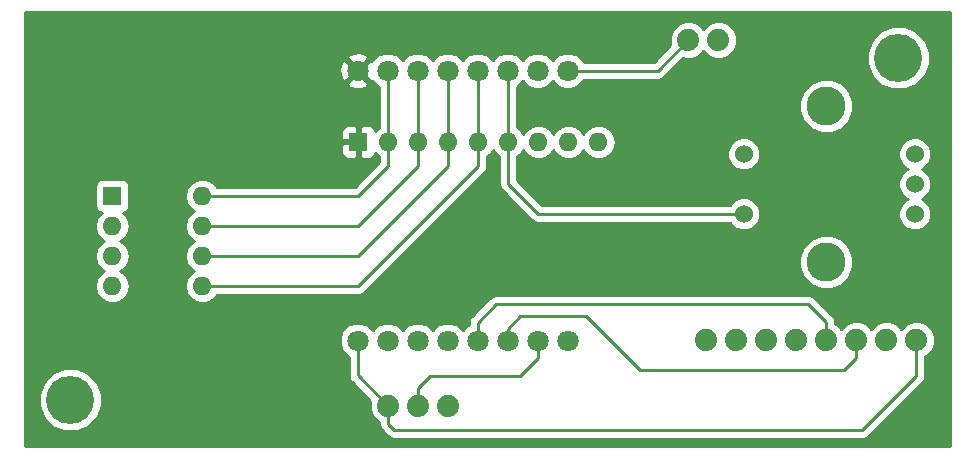
<source format=gbr>
G04 #@! TF.GenerationSoftware,KiCad,Pcbnew,5.0.2-bee76a0~70~ubuntu18.04.1*
G04 #@! TF.CreationDate,2019-09-20T23:32:28+01:00*
G04 #@! TF.ProjectId,Shock Sensor,53686f63-6b20-4536-956e-736f722e6b69,rev?*
G04 #@! TF.SameCoordinates,Original*
G04 #@! TF.FileFunction,Copper,L1,Top*
G04 #@! TF.FilePolarity,Positive*
%FSLAX46Y46*%
G04 Gerber Fmt 4.6, Leading zero omitted, Abs format (unit mm)*
G04 Created by KiCad (PCBNEW 5.0.2-bee76a0~70~ubuntu18.04.1) date Fri 20 Sep 2019 23:32:28 BST*
%MOMM*%
%LPD*%
G01*
G04 APERTURE LIST*
G04 #@! TA.AperFunction,ComponentPad*
%ADD10C,1.800000*%
G04 #@! TD*
G04 #@! TA.AperFunction,ComponentPad*
%ADD11C,1.879600*%
G04 #@! TD*
G04 #@! TA.AperFunction,ComponentPad*
%ADD12O,1.600000X1.600000*%
G04 #@! TD*
G04 #@! TA.AperFunction,ComponentPad*
%ADD13R,1.600000X1.600000*%
G04 #@! TD*
G04 #@! TA.AperFunction,ComponentPad*
%ADD14C,1.524000*%
G04 #@! TD*
G04 #@! TA.AperFunction,ComponentPad*
%ADD15C,3.302000*%
G04 #@! TD*
G04 #@! TA.AperFunction,ComponentPad*
%ADD16C,4.064000*%
G04 #@! TD*
G04 #@! TA.AperFunction,Conductor*
%ADD17C,0.250000*%
G04 #@! TD*
G04 #@! TA.AperFunction,Conductor*
%ADD18C,0.254000*%
G04 #@! TD*
G04 APERTURE END LIST*
D10*
G04 #@! TO.P,U1,16*
G04 #@! TO.N,+3V3*
X132023001Y-99125025D03*
G04 #@! TO.P,U1,1*
G04 #@! TO.N,+5V*
X132023001Y-121985025D03*
G04 #@! TO.P,U1,15*
G04 #@! TO.N,Net-(RN1-Pad2)*
X134563001Y-99125025D03*
G04 #@! TO.P,U1,2*
G04 #@! TO.N,GND*
X134563001Y-121985025D03*
G04 #@! TO.P,U1,14*
G04 #@! TO.N,Net-(RN1-Pad3)*
X137103001Y-99125025D03*
G04 #@! TO.P,U1,3*
G04 #@! TO.N,Net-(S1-PadB)*
X137103001Y-121985025D03*
G04 #@! TO.P,U1,13*
G04 #@! TO.N,Net-(RN1-Pad4)*
X139643001Y-99125025D03*
G04 #@! TO.P,U1,4*
G04 #@! TO.N,Net-(S1-PadA)*
X139643001Y-121985025D03*
G04 #@! TO.P,U1,12*
G04 #@! TO.N,Net-(RN1-Pad5)*
X142183001Y-99125025D03*
G04 #@! TO.P,U1,5*
G04 #@! TO.N,Net-(J2-Pad4)*
X142183001Y-121985025D03*
G04 #@! TO.P,U1,11*
G04 #@! TO.N,Net-(RN1-Pad6)*
X144723001Y-99125025D03*
G04 #@! TO.P,U1,6*
G04 #@! TO.N,Net-(J2-Pad3)*
X144723001Y-121985025D03*
G04 #@! TO.P,U1,10*
G04 #@! TO.N,Net-(U1-Pad10)*
X147263001Y-99125025D03*
G04 #@! TO.P,U1,7*
G04 #@! TO.N,Net-(J1-Pad2)*
X147263001Y-121985025D03*
G04 #@! TO.P,U1,9*
G04 #@! TO.N,Net-(J3-Pad2)*
X149803001Y-99125025D03*
G04 #@! TO.P,U1,8*
G04 #@! TO.N,Net-(U1-Pad8)*
X149803001Y-121985025D03*
G04 #@! TD*
D11*
G04 #@! TO.P,J1,1*
G04 #@! TO.N,GND*
X139700000Y-127508000D03*
G04 #@! TO.P,J1,2*
G04 #@! TO.N,Net-(J1-Pad2)*
X137160000Y-127508000D03*
G04 #@! TO.P,J1,3*
G04 #@! TO.N,+5V*
X134620000Y-127508000D03*
G04 #@! TD*
G04 #@! TO.P,J3,1*
G04 #@! TO.N,GND*
X162560000Y-96520000D03*
G04 #@! TO.P,J3,2*
G04 #@! TO.N,Net-(J3-Pad2)*
X160020000Y-96520000D03*
G04 #@! TD*
D12*
G04 #@! TO.P,RN1,9*
G04 #@! TO.N,Net-(RN1-Pad9)*
X152400000Y-105156000D03*
G04 #@! TO.P,RN1,8*
G04 #@! TO.N,Net-(RN1-Pad8)*
X149860000Y-105156000D03*
G04 #@! TO.P,RN1,7*
G04 #@! TO.N,Net-(RN1-Pad7)*
X147320000Y-105156000D03*
G04 #@! TO.P,RN1,6*
G04 #@! TO.N,Net-(RN1-Pad6)*
X144780000Y-105156000D03*
G04 #@! TO.P,RN1,5*
G04 #@! TO.N,Net-(RN1-Pad5)*
X142240000Y-105156000D03*
G04 #@! TO.P,RN1,4*
G04 #@! TO.N,Net-(RN1-Pad4)*
X139700000Y-105156000D03*
G04 #@! TO.P,RN1,3*
G04 #@! TO.N,Net-(RN1-Pad3)*
X137160000Y-105156000D03*
G04 #@! TO.P,RN1,2*
G04 #@! TO.N,Net-(RN1-Pad2)*
X134620000Y-105156000D03*
D13*
G04 #@! TO.P,RN1,1*
G04 #@! TO.N,+3V3*
X132080000Y-105156000D03*
G04 #@! TD*
D12*
G04 #@! TO.P,Address,8*
G04 #@! TO.N,Net-(RN1-Pad2)*
X118872000Y-109728000D03*
G04 #@! TO.P,Address,4*
G04 #@! TO.N,GND*
X111252000Y-117348000D03*
G04 #@! TO.P,Address,7*
G04 #@! TO.N,Net-(RN1-Pad3)*
X118872000Y-112268000D03*
G04 #@! TO.P,Address,3*
G04 #@! TO.N,GND*
X111252000Y-114808000D03*
G04 #@! TO.P,Address,6*
G04 #@! TO.N,Net-(RN1-Pad4)*
X118872000Y-114808000D03*
G04 #@! TO.P,Address,2*
G04 #@! TO.N,GND*
X111252000Y-112268000D03*
G04 #@! TO.P,Address,5*
G04 #@! TO.N,Net-(RN1-Pad5)*
X118872000Y-117348000D03*
D13*
G04 #@! TO.P,Address,1*
G04 #@! TO.N,GND*
X111252000Y-109728000D03*
G04 #@! TD*
D14*
G04 #@! TO.P,S1,A*
G04 #@! TO.N,Net-(S1-PadA)*
X179197000Y-111252000D03*
G04 #@! TO.P,S1,B*
G04 #@! TO.N,Net-(S1-PadB)*
X179197000Y-106172000D03*
G04 #@! TO.P,S1,C*
G04 #@! TO.N,GND*
X179197000Y-108712000D03*
D15*
G04 #@! TO.P,S1,P$3*
G04 #@! TO.N,N/C*
X171704000Y-102108000D03*
G04 #@! TO.P,S1,P$4*
X171704000Y-115316000D03*
D14*
G04 #@! TO.P,S1,SW+*
G04 #@! TO.N,GND*
X164719000Y-106172000D03*
G04 #@! TO.P,S1,SW-*
G04 #@! TO.N,Net-(RN1-Pad6)*
X164719000Y-111252000D03*
G04 #@! TD*
D11*
G04 #@! TO.P,J2,1*
G04 #@! TO.N,+5V*
X179324000Y-121920000D03*
G04 #@! TO.P,J2,2*
G04 #@! TO.N,GND*
X176784000Y-121920000D03*
G04 #@! TO.P,J2,3*
G04 #@! TO.N,Net-(J2-Pad3)*
X174244000Y-121920000D03*
G04 #@! TO.P,J2,4*
G04 #@! TO.N,Net-(J2-Pad4)*
X171704000Y-121920000D03*
G04 #@! TO.P,J2,5*
G04 #@! TO.N,Net-(J2-Pad5)*
X169164000Y-121920000D03*
G04 #@! TO.P,J2,6*
G04 #@! TO.N,Net-(J2-Pad6)*
X166624000Y-121920000D03*
G04 #@! TO.P,J2,7*
G04 #@! TO.N,Net-(J2-Pad7)*
X164084000Y-121920000D03*
G04 #@! TO.P,J2,8*
G04 #@! TO.N,Net-(J2-Pad8)*
X161544000Y-121920000D03*
G04 #@! TD*
D16*
G04 #@! TO.P,REF\002A\002A,1*
G04 #@! TO.N,N/C*
X107696000Y-127000000D03*
G04 #@! TD*
G04 #@! TO.P,REF\002A\002A,1*
G04 #@! TO.N,N/C*
X177800000Y-98044000D03*
G04 #@! TD*
D17*
G04 #@! TO.N,Net-(J1-Pad2)*
X137103001Y-127451001D02*
X137160000Y-127508000D01*
X137160000Y-127508000D02*
X137160000Y-125984000D01*
X137160000Y-125984000D02*
X138176000Y-124968000D01*
X138176000Y-124968000D02*
X145796000Y-124968000D01*
X145796000Y-124968000D02*
X147320000Y-123444000D01*
X147320000Y-123444000D02*
X147263001Y-123387001D01*
X147263001Y-123387001D02*
X147263001Y-121985025D01*
G04 #@! TO.N,+5V*
X132023001Y-124911001D02*
X132023001Y-121985025D01*
X134620000Y-127508000D02*
X132023001Y-124911001D01*
X174752000Y-129540000D02*
X179324000Y-124968000D01*
X135128000Y-129540000D02*
X174752000Y-129540000D01*
X179324000Y-124968000D02*
X179324000Y-121920000D01*
X134620000Y-127508000D02*
X134620000Y-129032000D01*
X134620000Y-129032000D02*
X135128000Y-129540000D01*
G04 #@! TO.N,Net-(J2-Pad3)*
X144723001Y-120960999D02*
X144723001Y-121985025D01*
X174244000Y-123444000D02*
X173228000Y-124460000D01*
X174244000Y-121920000D02*
X174244000Y-123444000D01*
X173228000Y-124460000D02*
X155956000Y-124460000D01*
X155956000Y-124460000D02*
X151384000Y-119888000D01*
X151384000Y-119888000D02*
X145796000Y-119888000D01*
X145796000Y-119888000D02*
X144723001Y-120960999D01*
G04 #@! TO.N,Net-(J2-Pad4)*
X142183001Y-121985025D02*
X142183001Y-120960999D01*
X142183001Y-120452999D02*
X142183001Y-121985025D01*
X143764000Y-118872000D02*
X142183001Y-120452999D01*
X170180000Y-118872000D02*
X143764000Y-118872000D01*
X171704000Y-121920000D02*
X171704000Y-120396000D01*
X171704000Y-120396000D02*
X170180000Y-118872000D01*
G04 #@! TO.N,Net-(J3-Pad2)*
X157414975Y-99125025D02*
X160020000Y-96520000D01*
X149803001Y-99125025D02*
X157414975Y-99125025D01*
G04 #@! TO.N,Net-(RN1-Pad6)*
X144723001Y-105099001D02*
X144780000Y-105156000D01*
X144723001Y-99125025D02*
X144723001Y-105099001D01*
X164719000Y-111252000D02*
X147320000Y-111252000D01*
X144780000Y-108712000D02*
X144780000Y-105156000D01*
X147320000Y-111252000D02*
X144780000Y-108712000D01*
G04 #@! TO.N,Net-(RN1-Pad5)*
X142183001Y-105099001D02*
X142240000Y-105156000D01*
X142183001Y-99125025D02*
X142183001Y-105099001D01*
X118872000Y-117348000D02*
X132080000Y-117348000D01*
X142240000Y-107188000D02*
X142240000Y-105156000D01*
X132080000Y-117348000D02*
X142240000Y-107188000D01*
G04 #@! TO.N,Net-(RN1-Pad4)*
X139643001Y-105099001D02*
X139700000Y-105156000D01*
X139643001Y-99125025D02*
X139643001Y-105099001D01*
X118872000Y-114808000D02*
X132080000Y-114808000D01*
X132080000Y-114808000D02*
X139700000Y-107188000D01*
X139700000Y-107188000D02*
X139700000Y-105156000D01*
G04 #@! TO.N,Net-(RN1-Pad3)*
X137160000Y-99182024D02*
X137103001Y-99125025D01*
X137103001Y-105099001D02*
X137160000Y-105156000D01*
X137103001Y-99125025D02*
X137103001Y-105099001D01*
X118872000Y-112268000D02*
X132080000Y-112268000D01*
X132080000Y-112268000D02*
X137160000Y-107188000D01*
X137160000Y-107188000D02*
X137160000Y-105156000D01*
G04 #@! TO.N,Net-(RN1-Pad2)*
X134620000Y-99182024D02*
X134563001Y-99125025D01*
X134563001Y-105099001D02*
X134620000Y-105156000D01*
X134563001Y-99125025D02*
X134563001Y-105099001D01*
X134620000Y-105156000D02*
X134620000Y-107188000D01*
X132080000Y-109728000D02*
X118872000Y-109728000D01*
X134620000Y-107188000D02*
X132080000Y-109728000D01*
G04 #@! TO.N,Net-(S1-PadB)*
X137160000Y-122042024D02*
X137103001Y-121985025D01*
G04 #@! TD*
D18*
G04 #@! TO.N,+3V3*
G36*
X182170001Y-130862000D02*
X103834000Y-130862000D01*
X103834000Y-126469501D01*
X105029000Y-126469501D01*
X105029000Y-127530499D01*
X105435026Y-128510734D01*
X106185266Y-129260974D01*
X107165501Y-129667000D01*
X108226499Y-129667000D01*
X109206734Y-129260974D01*
X109956974Y-128510734D01*
X110363000Y-127530499D01*
X110363000Y-126469501D01*
X109956974Y-125489266D01*
X109206734Y-124739026D01*
X108226499Y-124333000D01*
X107165501Y-124333000D01*
X106185266Y-124739026D01*
X105435026Y-125489266D01*
X105029000Y-126469501D01*
X103834000Y-126469501D01*
X103834000Y-121679695D01*
X130488001Y-121679695D01*
X130488001Y-122290355D01*
X130721691Y-122854532D01*
X131153494Y-123286335D01*
X131263002Y-123331695D01*
X131263001Y-124836154D01*
X131248113Y-124911001D01*
X131263001Y-124985848D01*
X131263001Y-124985852D01*
X131307097Y-125207537D01*
X131475072Y-125458930D01*
X131538531Y-125501332D01*
X133099898Y-127062700D01*
X133045200Y-127194753D01*
X133045200Y-127821247D01*
X133284949Y-128400052D01*
X133727948Y-128843051D01*
X133860001Y-128897749D01*
X133860001Y-128957149D01*
X133845112Y-129032000D01*
X133860001Y-129106852D01*
X133904097Y-129328537D01*
X134072072Y-129579929D01*
X134135527Y-129622328D01*
X134537672Y-130024475D01*
X134580071Y-130087929D01*
X134643524Y-130130327D01*
X134643526Y-130130329D01*
X134768902Y-130214102D01*
X134831463Y-130255904D01*
X135053148Y-130300000D01*
X135053152Y-130300000D01*
X135127999Y-130314888D01*
X135202846Y-130300000D01*
X174677153Y-130300000D01*
X174752000Y-130314888D01*
X174826847Y-130300000D01*
X174826852Y-130300000D01*
X175048537Y-130255904D01*
X175299929Y-130087929D01*
X175342331Y-130024470D01*
X179808476Y-125558327D01*
X179871929Y-125515929D01*
X179914327Y-125452476D01*
X179914329Y-125452474D01*
X180039903Y-125264538D01*
X180039904Y-125264537D01*
X180084000Y-125042852D01*
X180084000Y-125042848D01*
X180098888Y-124968001D01*
X180084000Y-124893154D01*
X180084000Y-123309749D01*
X180216052Y-123255051D01*
X180659051Y-122812052D01*
X180898800Y-122233247D01*
X180898800Y-121606753D01*
X180659051Y-121027948D01*
X180216052Y-120584949D01*
X179637247Y-120345200D01*
X179010753Y-120345200D01*
X178431948Y-120584949D01*
X178054000Y-120962897D01*
X177676052Y-120584949D01*
X177097247Y-120345200D01*
X176470753Y-120345200D01*
X175891948Y-120584949D01*
X175514000Y-120962897D01*
X175136052Y-120584949D01*
X174557247Y-120345200D01*
X173930753Y-120345200D01*
X173351948Y-120584949D01*
X172974000Y-120962897D01*
X172596052Y-120584949D01*
X172464000Y-120530251D01*
X172464000Y-120470846D01*
X172478888Y-120395999D01*
X172464000Y-120321152D01*
X172464000Y-120321148D01*
X172419904Y-120099463D01*
X172378102Y-120036902D01*
X172294329Y-119911526D01*
X172294327Y-119911524D01*
X172251929Y-119848071D01*
X172188476Y-119805673D01*
X170770331Y-118387530D01*
X170727929Y-118324071D01*
X170476537Y-118156096D01*
X170254852Y-118112000D01*
X170254847Y-118112000D01*
X170180000Y-118097112D01*
X170105153Y-118112000D01*
X143838846Y-118112000D01*
X143763999Y-118097112D01*
X143689152Y-118112000D01*
X143689148Y-118112000D01*
X143467463Y-118156096D01*
X143216071Y-118324071D01*
X143173671Y-118387527D01*
X141698531Y-119862668D01*
X141635072Y-119905070D01*
X141467097Y-120156463D01*
X141423001Y-120378148D01*
X141423001Y-120378152D01*
X141408113Y-120452999D01*
X141423001Y-120527846D01*
X141423001Y-120638356D01*
X141313494Y-120683715D01*
X140913001Y-121084208D01*
X140512508Y-120683715D01*
X139948331Y-120450025D01*
X139337671Y-120450025D01*
X138773494Y-120683715D01*
X138373001Y-121084208D01*
X137972508Y-120683715D01*
X137408331Y-120450025D01*
X136797671Y-120450025D01*
X136233494Y-120683715D01*
X135833001Y-121084208D01*
X135432508Y-120683715D01*
X134868331Y-120450025D01*
X134257671Y-120450025D01*
X133693494Y-120683715D01*
X133293001Y-121084208D01*
X132892508Y-120683715D01*
X132328331Y-120450025D01*
X131717671Y-120450025D01*
X131153494Y-120683715D01*
X130721691Y-121115518D01*
X130488001Y-121679695D01*
X103834000Y-121679695D01*
X103834000Y-112268000D01*
X109788887Y-112268000D01*
X109900260Y-112827909D01*
X110217423Y-113302577D01*
X110569758Y-113538000D01*
X110217423Y-113773423D01*
X109900260Y-114248091D01*
X109788887Y-114808000D01*
X109900260Y-115367909D01*
X110217423Y-115842577D01*
X110569758Y-116078000D01*
X110217423Y-116313423D01*
X109900260Y-116788091D01*
X109788887Y-117348000D01*
X109900260Y-117907909D01*
X110217423Y-118382577D01*
X110692091Y-118699740D01*
X111110667Y-118783000D01*
X111393333Y-118783000D01*
X111811909Y-118699740D01*
X112286577Y-118382577D01*
X112603740Y-117907909D01*
X112715113Y-117348000D01*
X112603740Y-116788091D01*
X112286577Y-116313423D01*
X111934242Y-116078000D01*
X112286577Y-115842577D01*
X112603740Y-115367909D01*
X112715113Y-114808000D01*
X112603740Y-114248091D01*
X112286577Y-113773423D01*
X111934242Y-113538000D01*
X112286577Y-113302577D01*
X112603740Y-112827909D01*
X112715113Y-112268000D01*
X112603740Y-111708091D01*
X112286577Y-111233423D01*
X112165894Y-111152785D01*
X112299765Y-111126157D01*
X112509809Y-110985809D01*
X112650157Y-110775765D01*
X112699440Y-110528000D01*
X112699440Y-109728000D01*
X117408887Y-109728000D01*
X117520260Y-110287909D01*
X117837423Y-110762577D01*
X118189758Y-110998000D01*
X117837423Y-111233423D01*
X117520260Y-111708091D01*
X117408887Y-112268000D01*
X117520260Y-112827909D01*
X117837423Y-113302577D01*
X118189758Y-113538000D01*
X117837423Y-113773423D01*
X117520260Y-114248091D01*
X117408887Y-114808000D01*
X117520260Y-115367909D01*
X117837423Y-115842577D01*
X118189758Y-116078000D01*
X117837423Y-116313423D01*
X117520260Y-116788091D01*
X117408887Y-117348000D01*
X117520260Y-117907909D01*
X117837423Y-118382577D01*
X118312091Y-118699740D01*
X118730667Y-118783000D01*
X119013333Y-118783000D01*
X119431909Y-118699740D01*
X119906577Y-118382577D01*
X120090043Y-118108000D01*
X132005153Y-118108000D01*
X132080000Y-118122888D01*
X132154847Y-118108000D01*
X132154852Y-118108000D01*
X132376537Y-118063904D01*
X132627929Y-117895929D01*
X132670331Y-117832470D01*
X135641515Y-114861286D01*
X169418000Y-114861286D01*
X169418000Y-115770714D01*
X169766023Y-116610915D01*
X170409085Y-117253977D01*
X171249286Y-117602000D01*
X172158714Y-117602000D01*
X172998915Y-117253977D01*
X173641977Y-116610915D01*
X173990000Y-115770714D01*
X173990000Y-114861286D01*
X173641977Y-114021085D01*
X172998915Y-113378023D01*
X172158714Y-113030000D01*
X171249286Y-113030000D01*
X170409085Y-113378023D01*
X169766023Y-114021085D01*
X169418000Y-114861286D01*
X135641515Y-114861286D01*
X142724473Y-107778329D01*
X142787929Y-107735929D01*
X142927077Y-107527680D01*
X142955904Y-107484538D01*
X142989627Y-107315000D01*
X143000000Y-107262852D01*
X143000000Y-107262848D01*
X143014888Y-107188000D01*
X143000000Y-107113152D01*
X143000000Y-106374043D01*
X143274577Y-106190577D01*
X143510000Y-105838242D01*
X143745423Y-106190577D01*
X144020001Y-106374044D01*
X144020000Y-108637153D01*
X144005112Y-108712000D01*
X144020000Y-108786847D01*
X144020000Y-108786851D01*
X144064096Y-109008536D01*
X144232071Y-109259929D01*
X144295530Y-109302331D01*
X146729673Y-111736476D01*
X146772071Y-111799929D01*
X146835524Y-111842327D01*
X146835526Y-111842329D01*
X146960902Y-111926102D01*
X147023463Y-111967904D01*
X147245148Y-112012000D01*
X147245152Y-112012000D01*
X147319999Y-112026888D01*
X147394846Y-112012000D01*
X163521700Y-112012000D01*
X163534680Y-112043337D01*
X163927663Y-112436320D01*
X164441119Y-112649000D01*
X164996881Y-112649000D01*
X165510337Y-112436320D01*
X165903320Y-112043337D01*
X166116000Y-111529881D01*
X166116000Y-110974119D01*
X165903320Y-110460663D01*
X165510337Y-110067680D01*
X164996881Y-109855000D01*
X164441119Y-109855000D01*
X163927663Y-110067680D01*
X163534680Y-110460663D01*
X163521700Y-110492000D01*
X147634803Y-110492000D01*
X145540000Y-108397199D01*
X145540000Y-106374043D01*
X145814577Y-106190577D01*
X146050000Y-105838242D01*
X146285423Y-106190577D01*
X146760091Y-106507740D01*
X147178667Y-106591000D01*
X147461333Y-106591000D01*
X147879909Y-106507740D01*
X148354577Y-106190577D01*
X148590000Y-105838242D01*
X148825423Y-106190577D01*
X149300091Y-106507740D01*
X149718667Y-106591000D01*
X150001333Y-106591000D01*
X150419909Y-106507740D01*
X150894577Y-106190577D01*
X151130000Y-105838242D01*
X151365423Y-106190577D01*
X151840091Y-106507740D01*
X152258667Y-106591000D01*
X152541333Y-106591000D01*
X152959909Y-106507740D01*
X153434577Y-106190577D01*
X153632663Y-105894119D01*
X163322000Y-105894119D01*
X163322000Y-106449881D01*
X163534680Y-106963337D01*
X163927663Y-107356320D01*
X164441119Y-107569000D01*
X164996881Y-107569000D01*
X165510337Y-107356320D01*
X165903320Y-106963337D01*
X166116000Y-106449881D01*
X166116000Y-105894119D01*
X177800000Y-105894119D01*
X177800000Y-106449881D01*
X178012680Y-106963337D01*
X178405663Y-107356320D01*
X178612513Y-107442000D01*
X178405663Y-107527680D01*
X178012680Y-107920663D01*
X177800000Y-108434119D01*
X177800000Y-108989881D01*
X178012680Y-109503337D01*
X178405663Y-109896320D01*
X178612513Y-109982000D01*
X178405663Y-110067680D01*
X178012680Y-110460663D01*
X177800000Y-110974119D01*
X177800000Y-111529881D01*
X178012680Y-112043337D01*
X178405663Y-112436320D01*
X178919119Y-112649000D01*
X179474881Y-112649000D01*
X179988337Y-112436320D01*
X180381320Y-112043337D01*
X180594000Y-111529881D01*
X180594000Y-110974119D01*
X180381320Y-110460663D01*
X179988337Y-110067680D01*
X179781487Y-109982000D01*
X179988337Y-109896320D01*
X180381320Y-109503337D01*
X180594000Y-108989881D01*
X180594000Y-108434119D01*
X180381320Y-107920663D01*
X179988337Y-107527680D01*
X179781487Y-107442000D01*
X179988337Y-107356320D01*
X180381320Y-106963337D01*
X180594000Y-106449881D01*
X180594000Y-105894119D01*
X180381320Y-105380663D01*
X179988337Y-104987680D01*
X179474881Y-104775000D01*
X178919119Y-104775000D01*
X178405663Y-104987680D01*
X178012680Y-105380663D01*
X177800000Y-105894119D01*
X166116000Y-105894119D01*
X165903320Y-105380663D01*
X165510337Y-104987680D01*
X164996881Y-104775000D01*
X164441119Y-104775000D01*
X163927663Y-104987680D01*
X163534680Y-105380663D01*
X163322000Y-105894119D01*
X153632663Y-105894119D01*
X153751740Y-105715909D01*
X153863113Y-105156000D01*
X153751740Y-104596091D01*
X153434577Y-104121423D01*
X152959909Y-103804260D01*
X152541333Y-103721000D01*
X152258667Y-103721000D01*
X151840091Y-103804260D01*
X151365423Y-104121423D01*
X151130000Y-104473758D01*
X150894577Y-104121423D01*
X150419909Y-103804260D01*
X150001333Y-103721000D01*
X149718667Y-103721000D01*
X149300091Y-103804260D01*
X148825423Y-104121423D01*
X148590000Y-104473758D01*
X148354577Y-104121423D01*
X147879909Y-103804260D01*
X147461333Y-103721000D01*
X147178667Y-103721000D01*
X146760091Y-103804260D01*
X146285423Y-104121423D01*
X146050000Y-104473758D01*
X145814577Y-104121423D01*
X145483001Y-103899871D01*
X145483001Y-101653286D01*
X169418000Y-101653286D01*
X169418000Y-102562714D01*
X169766023Y-103402915D01*
X170409085Y-104045977D01*
X171249286Y-104394000D01*
X172158714Y-104394000D01*
X172998915Y-104045977D01*
X173641977Y-103402915D01*
X173990000Y-102562714D01*
X173990000Y-101653286D01*
X173641977Y-100813085D01*
X172998915Y-100170023D01*
X172158714Y-99822000D01*
X171249286Y-99822000D01*
X170409085Y-100170023D01*
X169766023Y-100813085D01*
X169418000Y-101653286D01*
X145483001Y-101653286D01*
X145483001Y-100471694D01*
X145592508Y-100426335D01*
X145993001Y-100025842D01*
X146393494Y-100426335D01*
X146957671Y-100660025D01*
X147568331Y-100660025D01*
X148132508Y-100426335D01*
X148533001Y-100025842D01*
X148933494Y-100426335D01*
X149497671Y-100660025D01*
X150108331Y-100660025D01*
X150672508Y-100426335D01*
X151104311Y-99994532D01*
X151149670Y-99885025D01*
X157340128Y-99885025D01*
X157414975Y-99899913D01*
X157489822Y-99885025D01*
X157489827Y-99885025D01*
X157711512Y-99840929D01*
X157962904Y-99672954D01*
X158005306Y-99609495D01*
X159574700Y-98040102D01*
X159706753Y-98094800D01*
X160333247Y-98094800D01*
X160912052Y-97855051D01*
X161290000Y-97477103D01*
X161667948Y-97855051D01*
X162246753Y-98094800D01*
X162873247Y-98094800D01*
X163452052Y-97855051D01*
X163793602Y-97513501D01*
X175133000Y-97513501D01*
X175133000Y-98574499D01*
X175539026Y-99554734D01*
X176289266Y-100304974D01*
X177269501Y-100711000D01*
X178330499Y-100711000D01*
X179310734Y-100304974D01*
X180060974Y-99554734D01*
X180467000Y-98574499D01*
X180467000Y-97513501D01*
X180060974Y-96533266D01*
X179310734Y-95783026D01*
X178330499Y-95377000D01*
X177269501Y-95377000D01*
X176289266Y-95783026D01*
X175539026Y-96533266D01*
X175133000Y-97513501D01*
X163793602Y-97513501D01*
X163895051Y-97412052D01*
X164134800Y-96833247D01*
X164134800Y-96206753D01*
X163895051Y-95627948D01*
X163452052Y-95184949D01*
X162873247Y-94945200D01*
X162246753Y-94945200D01*
X161667948Y-95184949D01*
X161290000Y-95562897D01*
X160912052Y-95184949D01*
X160333247Y-94945200D01*
X159706753Y-94945200D01*
X159127948Y-95184949D01*
X158684949Y-95627948D01*
X158445200Y-96206753D01*
X158445200Y-96833247D01*
X158499898Y-96965300D01*
X157100174Y-98365025D01*
X151149670Y-98365025D01*
X151104311Y-98255518D01*
X150672508Y-97823715D01*
X150108331Y-97590025D01*
X149497671Y-97590025D01*
X148933494Y-97823715D01*
X148533001Y-98224208D01*
X148132508Y-97823715D01*
X147568331Y-97590025D01*
X146957671Y-97590025D01*
X146393494Y-97823715D01*
X145993001Y-98224208D01*
X145592508Y-97823715D01*
X145028331Y-97590025D01*
X144417671Y-97590025D01*
X143853494Y-97823715D01*
X143453001Y-98224208D01*
X143052508Y-97823715D01*
X142488331Y-97590025D01*
X141877671Y-97590025D01*
X141313494Y-97823715D01*
X140913001Y-98224208D01*
X140512508Y-97823715D01*
X139948331Y-97590025D01*
X139337671Y-97590025D01*
X138773494Y-97823715D01*
X138373001Y-98224208D01*
X137972508Y-97823715D01*
X137408331Y-97590025D01*
X136797671Y-97590025D01*
X136233494Y-97823715D01*
X135833001Y-98224208D01*
X135432508Y-97823715D01*
X134868331Y-97590025D01*
X134257671Y-97590025D01*
X133693494Y-97823715D01*
X133261691Y-98255518D01*
X133253563Y-98275140D01*
X133103160Y-98224471D01*
X132202606Y-99125025D01*
X133103160Y-100025579D01*
X133253563Y-99974910D01*
X133261691Y-99994532D01*
X133693494Y-100426335D01*
X133803001Y-100471694D01*
X133803002Y-103976041D01*
X133585423Y-104121423D01*
X133514266Y-104227917D01*
X133418327Y-103996301D01*
X133239698Y-103817673D01*
X133006309Y-103721000D01*
X132365750Y-103721000D01*
X132207000Y-103879750D01*
X132207000Y-105029000D01*
X132227000Y-105029000D01*
X132227000Y-105283000D01*
X132207000Y-105283000D01*
X132207000Y-106432250D01*
X132365750Y-106591000D01*
X133006309Y-106591000D01*
X133239698Y-106494327D01*
X133418327Y-106315699D01*
X133514266Y-106084083D01*
X133585423Y-106190577D01*
X133860001Y-106374044D01*
X133860001Y-106873196D01*
X131765199Y-108968000D01*
X120090043Y-108968000D01*
X119906577Y-108693423D01*
X119431909Y-108376260D01*
X119013333Y-108293000D01*
X118730667Y-108293000D01*
X118312091Y-108376260D01*
X117837423Y-108693423D01*
X117520260Y-109168091D01*
X117408887Y-109728000D01*
X112699440Y-109728000D01*
X112699440Y-108928000D01*
X112650157Y-108680235D01*
X112509809Y-108470191D01*
X112299765Y-108329843D01*
X112052000Y-108280560D01*
X110452000Y-108280560D01*
X110204235Y-108329843D01*
X109994191Y-108470191D01*
X109853843Y-108680235D01*
X109804560Y-108928000D01*
X109804560Y-110528000D01*
X109853843Y-110775765D01*
X109994191Y-110985809D01*
X110204235Y-111126157D01*
X110338106Y-111152785D01*
X110217423Y-111233423D01*
X109900260Y-111708091D01*
X109788887Y-112268000D01*
X103834000Y-112268000D01*
X103834000Y-105441750D01*
X130645000Y-105441750D01*
X130645000Y-106082310D01*
X130741673Y-106315699D01*
X130920302Y-106494327D01*
X131153691Y-106591000D01*
X131794250Y-106591000D01*
X131953000Y-106432250D01*
X131953000Y-105283000D01*
X130803750Y-105283000D01*
X130645000Y-105441750D01*
X103834000Y-105441750D01*
X103834000Y-104229690D01*
X130645000Y-104229690D01*
X130645000Y-104870250D01*
X130803750Y-105029000D01*
X131953000Y-105029000D01*
X131953000Y-103879750D01*
X131794250Y-103721000D01*
X131153691Y-103721000D01*
X130920302Y-103817673D01*
X130741673Y-103996301D01*
X130645000Y-104229690D01*
X103834000Y-104229690D01*
X103834000Y-100205184D01*
X131122447Y-100205184D01*
X131208853Y-100461668D01*
X131782337Y-100671483D01*
X132392461Y-100645864D01*
X132837149Y-100461668D01*
X132923555Y-100205184D01*
X132023001Y-99304630D01*
X131122447Y-100205184D01*
X103834000Y-100205184D01*
X103834000Y-98884361D01*
X130476543Y-98884361D01*
X130502162Y-99494485D01*
X130686358Y-99939173D01*
X130942842Y-100025579D01*
X131843396Y-99125025D01*
X130942842Y-98224471D01*
X130686358Y-98310877D01*
X130476543Y-98884361D01*
X103834000Y-98884361D01*
X103834000Y-98044866D01*
X131122447Y-98044866D01*
X132023001Y-98945420D01*
X132923555Y-98044866D01*
X132837149Y-97788382D01*
X132263665Y-97578567D01*
X131653541Y-97604186D01*
X131208853Y-97788382D01*
X131122447Y-98044866D01*
X103834000Y-98044866D01*
X103834000Y-94182000D01*
X182170000Y-94182000D01*
X182170001Y-130862000D01*
X182170001Y-130862000D01*
G37*
X182170001Y-130862000D02*
X103834000Y-130862000D01*
X103834000Y-126469501D01*
X105029000Y-126469501D01*
X105029000Y-127530499D01*
X105435026Y-128510734D01*
X106185266Y-129260974D01*
X107165501Y-129667000D01*
X108226499Y-129667000D01*
X109206734Y-129260974D01*
X109956974Y-128510734D01*
X110363000Y-127530499D01*
X110363000Y-126469501D01*
X109956974Y-125489266D01*
X109206734Y-124739026D01*
X108226499Y-124333000D01*
X107165501Y-124333000D01*
X106185266Y-124739026D01*
X105435026Y-125489266D01*
X105029000Y-126469501D01*
X103834000Y-126469501D01*
X103834000Y-121679695D01*
X130488001Y-121679695D01*
X130488001Y-122290355D01*
X130721691Y-122854532D01*
X131153494Y-123286335D01*
X131263002Y-123331695D01*
X131263001Y-124836154D01*
X131248113Y-124911001D01*
X131263001Y-124985848D01*
X131263001Y-124985852D01*
X131307097Y-125207537D01*
X131475072Y-125458930D01*
X131538531Y-125501332D01*
X133099898Y-127062700D01*
X133045200Y-127194753D01*
X133045200Y-127821247D01*
X133284949Y-128400052D01*
X133727948Y-128843051D01*
X133860001Y-128897749D01*
X133860001Y-128957149D01*
X133845112Y-129032000D01*
X133860001Y-129106852D01*
X133904097Y-129328537D01*
X134072072Y-129579929D01*
X134135527Y-129622328D01*
X134537672Y-130024475D01*
X134580071Y-130087929D01*
X134643524Y-130130327D01*
X134643526Y-130130329D01*
X134768902Y-130214102D01*
X134831463Y-130255904D01*
X135053148Y-130300000D01*
X135053152Y-130300000D01*
X135127999Y-130314888D01*
X135202846Y-130300000D01*
X174677153Y-130300000D01*
X174752000Y-130314888D01*
X174826847Y-130300000D01*
X174826852Y-130300000D01*
X175048537Y-130255904D01*
X175299929Y-130087929D01*
X175342331Y-130024470D01*
X179808476Y-125558327D01*
X179871929Y-125515929D01*
X179914327Y-125452476D01*
X179914329Y-125452474D01*
X180039903Y-125264538D01*
X180039904Y-125264537D01*
X180084000Y-125042852D01*
X180084000Y-125042848D01*
X180098888Y-124968001D01*
X180084000Y-124893154D01*
X180084000Y-123309749D01*
X180216052Y-123255051D01*
X180659051Y-122812052D01*
X180898800Y-122233247D01*
X180898800Y-121606753D01*
X180659051Y-121027948D01*
X180216052Y-120584949D01*
X179637247Y-120345200D01*
X179010753Y-120345200D01*
X178431948Y-120584949D01*
X178054000Y-120962897D01*
X177676052Y-120584949D01*
X177097247Y-120345200D01*
X176470753Y-120345200D01*
X175891948Y-120584949D01*
X175514000Y-120962897D01*
X175136052Y-120584949D01*
X174557247Y-120345200D01*
X173930753Y-120345200D01*
X173351948Y-120584949D01*
X172974000Y-120962897D01*
X172596052Y-120584949D01*
X172464000Y-120530251D01*
X172464000Y-120470846D01*
X172478888Y-120395999D01*
X172464000Y-120321152D01*
X172464000Y-120321148D01*
X172419904Y-120099463D01*
X172378102Y-120036902D01*
X172294329Y-119911526D01*
X172294327Y-119911524D01*
X172251929Y-119848071D01*
X172188476Y-119805673D01*
X170770331Y-118387530D01*
X170727929Y-118324071D01*
X170476537Y-118156096D01*
X170254852Y-118112000D01*
X170254847Y-118112000D01*
X170180000Y-118097112D01*
X170105153Y-118112000D01*
X143838846Y-118112000D01*
X143763999Y-118097112D01*
X143689152Y-118112000D01*
X143689148Y-118112000D01*
X143467463Y-118156096D01*
X143216071Y-118324071D01*
X143173671Y-118387527D01*
X141698531Y-119862668D01*
X141635072Y-119905070D01*
X141467097Y-120156463D01*
X141423001Y-120378148D01*
X141423001Y-120378152D01*
X141408113Y-120452999D01*
X141423001Y-120527846D01*
X141423001Y-120638356D01*
X141313494Y-120683715D01*
X140913001Y-121084208D01*
X140512508Y-120683715D01*
X139948331Y-120450025D01*
X139337671Y-120450025D01*
X138773494Y-120683715D01*
X138373001Y-121084208D01*
X137972508Y-120683715D01*
X137408331Y-120450025D01*
X136797671Y-120450025D01*
X136233494Y-120683715D01*
X135833001Y-121084208D01*
X135432508Y-120683715D01*
X134868331Y-120450025D01*
X134257671Y-120450025D01*
X133693494Y-120683715D01*
X133293001Y-121084208D01*
X132892508Y-120683715D01*
X132328331Y-120450025D01*
X131717671Y-120450025D01*
X131153494Y-120683715D01*
X130721691Y-121115518D01*
X130488001Y-121679695D01*
X103834000Y-121679695D01*
X103834000Y-112268000D01*
X109788887Y-112268000D01*
X109900260Y-112827909D01*
X110217423Y-113302577D01*
X110569758Y-113538000D01*
X110217423Y-113773423D01*
X109900260Y-114248091D01*
X109788887Y-114808000D01*
X109900260Y-115367909D01*
X110217423Y-115842577D01*
X110569758Y-116078000D01*
X110217423Y-116313423D01*
X109900260Y-116788091D01*
X109788887Y-117348000D01*
X109900260Y-117907909D01*
X110217423Y-118382577D01*
X110692091Y-118699740D01*
X111110667Y-118783000D01*
X111393333Y-118783000D01*
X111811909Y-118699740D01*
X112286577Y-118382577D01*
X112603740Y-117907909D01*
X112715113Y-117348000D01*
X112603740Y-116788091D01*
X112286577Y-116313423D01*
X111934242Y-116078000D01*
X112286577Y-115842577D01*
X112603740Y-115367909D01*
X112715113Y-114808000D01*
X112603740Y-114248091D01*
X112286577Y-113773423D01*
X111934242Y-113538000D01*
X112286577Y-113302577D01*
X112603740Y-112827909D01*
X112715113Y-112268000D01*
X112603740Y-111708091D01*
X112286577Y-111233423D01*
X112165894Y-111152785D01*
X112299765Y-111126157D01*
X112509809Y-110985809D01*
X112650157Y-110775765D01*
X112699440Y-110528000D01*
X112699440Y-109728000D01*
X117408887Y-109728000D01*
X117520260Y-110287909D01*
X117837423Y-110762577D01*
X118189758Y-110998000D01*
X117837423Y-111233423D01*
X117520260Y-111708091D01*
X117408887Y-112268000D01*
X117520260Y-112827909D01*
X117837423Y-113302577D01*
X118189758Y-113538000D01*
X117837423Y-113773423D01*
X117520260Y-114248091D01*
X117408887Y-114808000D01*
X117520260Y-115367909D01*
X117837423Y-115842577D01*
X118189758Y-116078000D01*
X117837423Y-116313423D01*
X117520260Y-116788091D01*
X117408887Y-117348000D01*
X117520260Y-117907909D01*
X117837423Y-118382577D01*
X118312091Y-118699740D01*
X118730667Y-118783000D01*
X119013333Y-118783000D01*
X119431909Y-118699740D01*
X119906577Y-118382577D01*
X120090043Y-118108000D01*
X132005153Y-118108000D01*
X132080000Y-118122888D01*
X132154847Y-118108000D01*
X132154852Y-118108000D01*
X132376537Y-118063904D01*
X132627929Y-117895929D01*
X132670331Y-117832470D01*
X135641515Y-114861286D01*
X169418000Y-114861286D01*
X169418000Y-115770714D01*
X169766023Y-116610915D01*
X170409085Y-117253977D01*
X171249286Y-117602000D01*
X172158714Y-117602000D01*
X172998915Y-117253977D01*
X173641977Y-116610915D01*
X173990000Y-115770714D01*
X173990000Y-114861286D01*
X173641977Y-114021085D01*
X172998915Y-113378023D01*
X172158714Y-113030000D01*
X171249286Y-113030000D01*
X170409085Y-113378023D01*
X169766023Y-114021085D01*
X169418000Y-114861286D01*
X135641515Y-114861286D01*
X142724473Y-107778329D01*
X142787929Y-107735929D01*
X142927077Y-107527680D01*
X142955904Y-107484538D01*
X142989627Y-107315000D01*
X143000000Y-107262852D01*
X143000000Y-107262848D01*
X143014888Y-107188000D01*
X143000000Y-107113152D01*
X143000000Y-106374043D01*
X143274577Y-106190577D01*
X143510000Y-105838242D01*
X143745423Y-106190577D01*
X144020001Y-106374044D01*
X144020000Y-108637153D01*
X144005112Y-108712000D01*
X144020000Y-108786847D01*
X144020000Y-108786851D01*
X144064096Y-109008536D01*
X144232071Y-109259929D01*
X144295530Y-109302331D01*
X146729673Y-111736476D01*
X146772071Y-111799929D01*
X146835524Y-111842327D01*
X146835526Y-111842329D01*
X146960902Y-111926102D01*
X147023463Y-111967904D01*
X147245148Y-112012000D01*
X147245152Y-112012000D01*
X147319999Y-112026888D01*
X147394846Y-112012000D01*
X163521700Y-112012000D01*
X163534680Y-112043337D01*
X163927663Y-112436320D01*
X164441119Y-112649000D01*
X164996881Y-112649000D01*
X165510337Y-112436320D01*
X165903320Y-112043337D01*
X166116000Y-111529881D01*
X166116000Y-110974119D01*
X165903320Y-110460663D01*
X165510337Y-110067680D01*
X164996881Y-109855000D01*
X164441119Y-109855000D01*
X163927663Y-110067680D01*
X163534680Y-110460663D01*
X163521700Y-110492000D01*
X147634803Y-110492000D01*
X145540000Y-108397199D01*
X145540000Y-106374043D01*
X145814577Y-106190577D01*
X146050000Y-105838242D01*
X146285423Y-106190577D01*
X146760091Y-106507740D01*
X147178667Y-106591000D01*
X147461333Y-106591000D01*
X147879909Y-106507740D01*
X148354577Y-106190577D01*
X148590000Y-105838242D01*
X148825423Y-106190577D01*
X149300091Y-106507740D01*
X149718667Y-106591000D01*
X150001333Y-106591000D01*
X150419909Y-106507740D01*
X150894577Y-106190577D01*
X151130000Y-105838242D01*
X151365423Y-106190577D01*
X151840091Y-106507740D01*
X152258667Y-106591000D01*
X152541333Y-106591000D01*
X152959909Y-106507740D01*
X153434577Y-106190577D01*
X153632663Y-105894119D01*
X163322000Y-105894119D01*
X163322000Y-106449881D01*
X163534680Y-106963337D01*
X163927663Y-107356320D01*
X164441119Y-107569000D01*
X164996881Y-107569000D01*
X165510337Y-107356320D01*
X165903320Y-106963337D01*
X166116000Y-106449881D01*
X166116000Y-105894119D01*
X177800000Y-105894119D01*
X177800000Y-106449881D01*
X178012680Y-106963337D01*
X178405663Y-107356320D01*
X178612513Y-107442000D01*
X178405663Y-107527680D01*
X178012680Y-107920663D01*
X177800000Y-108434119D01*
X177800000Y-108989881D01*
X178012680Y-109503337D01*
X178405663Y-109896320D01*
X178612513Y-109982000D01*
X178405663Y-110067680D01*
X178012680Y-110460663D01*
X177800000Y-110974119D01*
X177800000Y-111529881D01*
X178012680Y-112043337D01*
X178405663Y-112436320D01*
X178919119Y-112649000D01*
X179474881Y-112649000D01*
X179988337Y-112436320D01*
X180381320Y-112043337D01*
X180594000Y-111529881D01*
X180594000Y-110974119D01*
X180381320Y-110460663D01*
X179988337Y-110067680D01*
X179781487Y-109982000D01*
X179988337Y-109896320D01*
X180381320Y-109503337D01*
X180594000Y-108989881D01*
X180594000Y-108434119D01*
X180381320Y-107920663D01*
X179988337Y-107527680D01*
X179781487Y-107442000D01*
X179988337Y-107356320D01*
X180381320Y-106963337D01*
X180594000Y-106449881D01*
X180594000Y-105894119D01*
X180381320Y-105380663D01*
X179988337Y-104987680D01*
X179474881Y-104775000D01*
X178919119Y-104775000D01*
X178405663Y-104987680D01*
X178012680Y-105380663D01*
X177800000Y-105894119D01*
X166116000Y-105894119D01*
X165903320Y-105380663D01*
X165510337Y-104987680D01*
X164996881Y-104775000D01*
X164441119Y-104775000D01*
X163927663Y-104987680D01*
X163534680Y-105380663D01*
X163322000Y-105894119D01*
X153632663Y-105894119D01*
X153751740Y-105715909D01*
X153863113Y-105156000D01*
X153751740Y-104596091D01*
X153434577Y-104121423D01*
X152959909Y-103804260D01*
X152541333Y-103721000D01*
X152258667Y-103721000D01*
X151840091Y-103804260D01*
X151365423Y-104121423D01*
X151130000Y-104473758D01*
X150894577Y-104121423D01*
X150419909Y-103804260D01*
X150001333Y-103721000D01*
X149718667Y-103721000D01*
X149300091Y-103804260D01*
X148825423Y-104121423D01*
X148590000Y-104473758D01*
X148354577Y-104121423D01*
X147879909Y-103804260D01*
X147461333Y-103721000D01*
X147178667Y-103721000D01*
X146760091Y-103804260D01*
X146285423Y-104121423D01*
X146050000Y-104473758D01*
X145814577Y-104121423D01*
X145483001Y-103899871D01*
X145483001Y-101653286D01*
X169418000Y-101653286D01*
X169418000Y-102562714D01*
X169766023Y-103402915D01*
X170409085Y-104045977D01*
X171249286Y-104394000D01*
X172158714Y-104394000D01*
X172998915Y-104045977D01*
X173641977Y-103402915D01*
X173990000Y-102562714D01*
X173990000Y-101653286D01*
X173641977Y-100813085D01*
X172998915Y-100170023D01*
X172158714Y-99822000D01*
X171249286Y-99822000D01*
X170409085Y-100170023D01*
X169766023Y-100813085D01*
X169418000Y-101653286D01*
X145483001Y-101653286D01*
X145483001Y-100471694D01*
X145592508Y-100426335D01*
X145993001Y-100025842D01*
X146393494Y-100426335D01*
X146957671Y-100660025D01*
X147568331Y-100660025D01*
X148132508Y-100426335D01*
X148533001Y-100025842D01*
X148933494Y-100426335D01*
X149497671Y-100660025D01*
X150108331Y-100660025D01*
X150672508Y-100426335D01*
X151104311Y-99994532D01*
X151149670Y-99885025D01*
X157340128Y-99885025D01*
X157414975Y-99899913D01*
X157489822Y-99885025D01*
X157489827Y-99885025D01*
X157711512Y-99840929D01*
X157962904Y-99672954D01*
X158005306Y-99609495D01*
X159574700Y-98040102D01*
X159706753Y-98094800D01*
X160333247Y-98094800D01*
X160912052Y-97855051D01*
X161290000Y-97477103D01*
X161667948Y-97855051D01*
X162246753Y-98094800D01*
X162873247Y-98094800D01*
X163452052Y-97855051D01*
X163793602Y-97513501D01*
X175133000Y-97513501D01*
X175133000Y-98574499D01*
X175539026Y-99554734D01*
X176289266Y-100304974D01*
X177269501Y-100711000D01*
X178330499Y-100711000D01*
X179310734Y-100304974D01*
X180060974Y-99554734D01*
X180467000Y-98574499D01*
X180467000Y-97513501D01*
X180060974Y-96533266D01*
X179310734Y-95783026D01*
X178330499Y-95377000D01*
X177269501Y-95377000D01*
X176289266Y-95783026D01*
X175539026Y-96533266D01*
X175133000Y-97513501D01*
X163793602Y-97513501D01*
X163895051Y-97412052D01*
X164134800Y-96833247D01*
X164134800Y-96206753D01*
X163895051Y-95627948D01*
X163452052Y-95184949D01*
X162873247Y-94945200D01*
X162246753Y-94945200D01*
X161667948Y-95184949D01*
X161290000Y-95562897D01*
X160912052Y-95184949D01*
X160333247Y-94945200D01*
X159706753Y-94945200D01*
X159127948Y-95184949D01*
X158684949Y-95627948D01*
X158445200Y-96206753D01*
X158445200Y-96833247D01*
X158499898Y-96965300D01*
X157100174Y-98365025D01*
X151149670Y-98365025D01*
X151104311Y-98255518D01*
X150672508Y-97823715D01*
X150108331Y-97590025D01*
X149497671Y-97590025D01*
X148933494Y-97823715D01*
X148533001Y-98224208D01*
X148132508Y-97823715D01*
X147568331Y-97590025D01*
X146957671Y-97590025D01*
X146393494Y-97823715D01*
X145993001Y-98224208D01*
X145592508Y-97823715D01*
X145028331Y-97590025D01*
X144417671Y-97590025D01*
X143853494Y-97823715D01*
X143453001Y-98224208D01*
X143052508Y-97823715D01*
X142488331Y-97590025D01*
X141877671Y-97590025D01*
X141313494Y-97823715D01*
X140913001Y-98224208D01*
X140512508Y-97823715D01*
X139948331Y-97590025D01*
X139337671Y-97590025D01*
X138773494Y-97823715D01*
X138373001Y-98224208D01*
X137972508Y-97823715D01*
X137408331Y-97590025D01*
X136797671Y-97590025D01*
X136233494Y-97823715D01*
X135833001Y-98224208D01*
X135432508Y-97823715D01*
X134868331Y-97590025D01*
X134257671Y-97590025D01*
X133693494Y-97823715D01*
X133261691Y-98255518D01*
X133253563Y-98275140D01*
X133103160Y-98224471D01*
X132202606Y-99125025D01*
X133103160Y-100025579D01*
X133253563Y-99974910D01*
X133261691Y-99994532D01*
X133693494Y-100426335D01*
X133803001Y-100471694D01*
X133803002Y-103976041D01*
X133585423Y-104121423D01*
X133514266Y-104227917D01*
X133418327Y-103996301D01*
X133239698Y-103817673D01*
X133006309Y-103721000D01*
X132365750Y-103721000D01*
X132207000Y-103879750D01*
X132207000Y-105029000D01*
X132227000Y-105029000D01*
X132227000Y-105283000D01*
X132207000Y-105283000D01*
X132207000Y-106432250D01*
X132365750Y-106591000D01*
X133006309Y-106591000D01*
X133239698Y-106494327D01*
X133418327Y-106315699D01*
X133514266Y-106084083D01*
X133585423Y-106190577D01*
X133860001Y-106374044D01*
X133860001Y-106873196D01*
X131765199Y-108968000D01*
X120090043Y-108968000D01*
X119906577Y-108693423D01*
X119431909Y-108376260D01*
X119013333Y-108293000D01*
X118730667Y-108293000D01*
X118312091Y-108376260D01*
X117837423Y-108693423D01*
X117520260Y-109168091D01*
X117408887Y-109728000D01*
X112699440Y-109728000D01*
X112699440Y-108928000D01*
X112650157Y-108680235D01*
X112509809Y-108470191D01*
X112299765Y-108329843D01*
X112052000Y-108280560D01*
X110452000Y-108280560D01*
X110204235Y-108329843D01*
X109994191Y-108470191D01*
X109853843Y-108680235D01*
X109804560Y-108928000D01*
X109804560Y-110528000D01*
X109853843Y-110775765D01*
X109994191Y-110985809D01*
X110204235Y-111126157D01*
X110338106Y-111152785D01*
X110217423Y-111233423D01*
X109900260Y-111708091D01*
X109788887Y-112268000D01*
X103834000Y-112268000D01*
X103834000Y-105441750D01*
X130645000Y-105441750D01*
X130645000Y-106082310D01*
X130741673Y-106315699D01*
X130920302Y-106494327D01*
X131153691Y-106591000D01*
X131794250Y-106591000D01*
X131953000Y-106432250D01*
X131953000Y-105283000D01*
X130803750Y-105283000D01*
X130645000Y-105441750D01*
X103834000Y-105441750D01*
X103834000Y-104229690D01*
X130645000Y-104229690D01*
X130645000Y-104870250D01*
X130803750Y-105029000D01*
X131953000Y-105029000D01*
X131953000Y-103879750D01*
X131794250Y-103721000D01*
X131153691Y-103721000D01*
X130920302Y-103817673D01*
X130741673Y-103996301D01*
X130645000Y-104229690D01*
X103834000Y-104229690D01*
X103834000Y-100205184D01*
X131122447Y-100205184D01*
X131208853Y-100461668D01*
X131782337Y-100671483D01*
X132392461Y-100645864D01*
X132837149Y-100461668D01*
X132923555Y-100205184D01*
X132023001Y-99304630D01*
X131122447Y-100205184D01*
X103834000Y-100205184D01*
X103834000Y-98884361D01*
X130476543Y-98884361D01*
X130502162Y-99494485D01*
X130686358Y-99939173D01*
X130942842Y-100025579D01*
X131843396Y-99125025D01*
X130942842Y-98224471D01*
X130686358Y-98310877D01*
X130476543Y-98884361D01*
X103834000Y-98884361D01*
X103834000Y-98044866D01*
X131122447Y-98044866D01*
X132023001Y-98945420D01*
X132923555Y-98044866D01*
X132837149Y-97788382D01*
X132263665Y-97578567D01*
X131653541Y-97604186D01*
X131208853Y-97788382D01*
X131122447Y-98044866D01*
X103834000Y-98044866D01*
X103834000Y-94182000D01*
X182170000Y-94182000D01*
X182170001Y-130862000D01*
G04 #@! TD*
M02*

</source>
